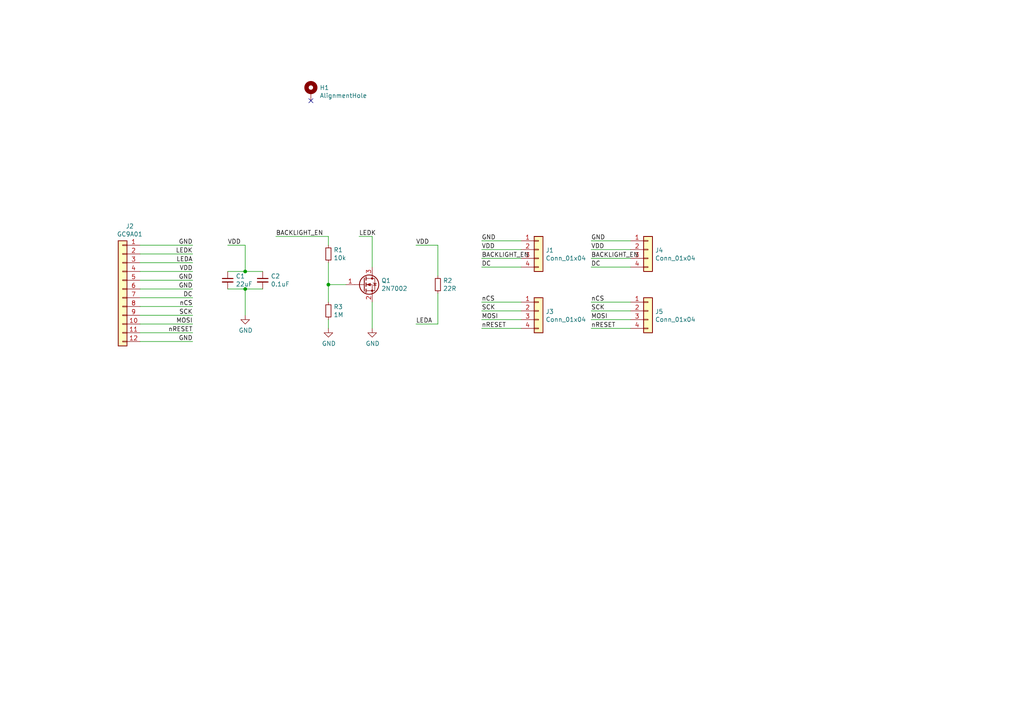
<source format=kicad_sch>
(kicad_sch (version 20211123) (generator eeschema)
  (paper "A4")
  (lib_symbols
    (symbol "Connector_Generic:Conn_01x04" (pin_names (offset 1.016) hide)
      (property "Reference" "J" (at 0 5.08 0))
      (property "Value" "Conn_01x04" (at 0 -7.62 0))
      (symbol "Conn_01x04_1_1"
        (rectangle (start -1.27 -4.953) (end 0 -5.207) (stroke (width 0.1524)))
        (rectangle (start -1.27 -2.413) (end 0 -2.667) (stroke (width 0.1524)))
        (rectangle (start -1.27 0.127) (end 0 -0.127) (stroke (width 0.1524)))
        (rectangle (start -1.27 2.667) (end 0 2.413) (stroke (width 0.1524)))
        (rectangle (start -1.27 3.81) (end 1.27 -6.35) (stroke (width 0.254)) (fill (type background)))
        (pin passive line (at -5.08 2.54 0) (length 3.81) (name "Pin_1") (number "1"))
        (pin passive line (at -5.08 0 0) (length 3.81) (name "Pin_2") (number "2"))
        (pin passive line (at -5.08 -2.54 0) (length 3.81) (name "Pin_3") (number "3"))
        (pin passive line (at -5.08 -5.08 0) (length 3.81) (name "Pin_4") (number "4"))
      )
    )
    (symbol "Connector_Generic:Conn_01x12" (pin_names (offset 1.016) hide)
      (property "Reference" "J" (at 0 15.24 0))
      (property "Value" "Conn_01x12" (at 0 -17.78 0))
      (symbol "Conn_01x12_1_1"
        (rectangle (start -1.27 -15.113) (end 0 -15.367) (stroke (width 0.1524)))
        (rectangle (start -1.27 -12.573) (end 0 -12.827) (stroke (width 0.1524)))
        (rectangle (start -1.27 -10.033) (end 0 -10.287) (stroke (width 0.1524)))
        (rectangle (start -1.27 -7.493) (end 0 -7.747) (stroke (width 0.1524)))
        (rectangle (start -1.27 -4.953) (end 0 -5.207) (stroke (width 0.1524)))
        (rectangle (start -1.27 -2.413) (end 0 -2.667) (stroke (width 0.1524)))
        (rectangle (start -1.27 0.127) (end 0 -0.127) (stroke (width 0.1524)))
        (rectangle (start -1.27 2.667) (end 0 2.413) (stroke (width 0.1524)))
        (rectangle (start -1.27 5.207) (end 0 4.953) (stroke (width 0.1524)))
        (rectangle (start -1.27 7.747) (end 0 7.493) (stroke (width 0.1524)))
        (rectangle (start -1.27 10.287) (end 0 10.033) (stroke (width 0.1524)))
        (rectangle (start -1.27 12.827) (end 0 12.573) (stroke (width 0.1524)))
        (rectangle (start -1.27 13.97) (end 1.27 -16.51) (stroke (width 0.254)) (fill (type background)))
        (pin passive line (at -5.08 12.7 0) (length 3.81) (name "Pin_1") (number "1"))
        (pin passive line (at -5.08 -10.16 0) (length 3.81) (name "Pin_10") (number "10"))
        (pin passive line (at -5.08 -12.7 0) (length 3.81) (name "Pin_11") (number "11"))
        (pin passive line (at -5.08 -15.24 0) (length 3.81) (name "Pin_12") (number "12"))
        (pin passive line (at -5.08 10.16 0) (length 3.81) (name "Pin_2") (number "2"))
        (pin passive line (at -5.08 7.62 0) (length 3.81) (name "Pin_3") (number "3"))
        (pin passive line (at -5.08 5.08 0) (length 3.81) (name "Pin_4") (number "4"))
        (pin passive line (at -5.08 2.54 0) (length 3.81) (name "Pin_5") (number "5"))
        (pin passive line (at -5.08 0 0) (length 3.81) (name "Pin_6") (number "6"))
        (pin passive line (at -5.08 -2.54 0) (length 3.81) (name "Pin_7") (number "7"))
        (pin passive line (at -5.08 -5.08 0) (length 3.81) (name "Pin_8") (number "8"))
        (pin passive line (at -5.08 -7.62 0) (length 3.81) (name "Pin_9") (number "9"))
      )
    )
    (symbol "Device:C_Small" (pin_numbers hide) (pin_names (offset 0.254) hide)
      (property "Reference" "C" (at 0.254 1.778 0))
      (property "Value" "C_Small" (at 0.254 -2.032 0))
      (symbol "C_Small_0_1"
        (polyline (pts (xy -1.524 -0.508) (xy 1.524 -0.508)) (stroke (width 0.3302)))
        (polyline (pts (xy -1.524 0.508) (xy 1.524 0.508)) (stroke (width 0.3048)))
      )
      (symbol "C_Small_1_1"
        (pin passive line (at 0 2.54 270) (length 2.032) (name "~") (number "1"))
        (pin passive line (at 0 -2.54 90) (length 2.032) (name "~") (number "2"))
      )
    )
    (symbol "Device:R_Small" (pin_numbers hide) (pin_names (offset 0.254) hide)
      (property "Reference" "R" (at 0.762 0.508 0))
      (property "Value" "R_Small" (at 0.762 -1.016 0))
      (symbol "R_Small_0_1"
        (rectangle (start -0.762 1.778) (end 0.762 -1.778) (stroke (width 0.2032)))
      )
      (symbol "R_Small_1_1"
        (pin passive line (at 0 2.54 270) (length 0.762) (name "~") (number "1"))
        (pin passive line (at 0 -2.54 90) (length 0.762) (name "~") (number "2"))
      )
    )
    (symbol "Mechanical:MountingHole_Pad" (pin_numbers hide) (pin_names (offset 1.016) hide)
      (property "Reference" "H" (at 0 6.35 0))
      (property "Value" "MountingHole_Pad" (at 0 4.445 0))
      (symbol "MountingHole_Pad_0_1"
        (circle (center 0 1.27) (radius 1.27) (stroke (width 1.27)))
      )
      (symbol "MountingHole_Pad_1_1"
        (pin input line (at 0 -2.54 90) (length 2.54) (name "1") (number "1"))
      )
    )
    (symbol "Transistor_FET:2N7002" (pin_names hide)
      (property "Reference" "Q" (at 5.08 1.905 0))
      (property "Value" "2N7002" (at 5.08 0 0))
      (symbol "2N7002_0_1"
        (polyline (pts (xy 0.254 0) (xy -2.54 0)))
        (polyline (pts (xy 0.254 1.905) (xy 0.254 -1.905)) (stroke (width 0.254)))
        (polyline (pts (xy 0.762 -1.27) (xy 0.762 -2.286)) (stroke (width 0.254)))
        (polyline (pts (xy 0.762 0.508) (xy 0.762 -0.508)) (stroke (width 0.254)))
        (polyline (pts (xy 0.762 2.286) (xy 0.762 1.27)) (stroke (width 0.254)))
        (polyline (pts (xy 2.54 2.54) (xy 2.54 1.778)))
        (polyline (pts (xy 2.54 -2.54) (xy 2.54 0) (xy 0.762 0)))
        (polyline (pts (xy 0.762 -1.778) (xy 3.302 -1.778) (xy 3.302 1.778) (xy 0.762 1.778)))
        (polyline (pts (xy 1.016 0) (xy 2.032 0.381) (xy 2.032 -0.381) (xy 1.016 0)) (fill (type outline)))
        (polyline (pts (xy 2.794 0.508) (xy 2.921 0.381) (xy 3.683 0.381) (xy 3.81 0.254)))
        (polyline (pts (xy 3.302 0.381) (xy 2.921 -0.254) (xy 3.683 -0.254) (xy 3.302 0.381)))
        (circle (center 1.651 0) (radius 2.794) (stroke (width 0.254)))
        (circle (center 2.54 -1.778) (radius 0.254) (fill (type outline)))
        (circle (center 2.54 1.778) (radius 0.254) (fill (type outline)))
      )
      (symbol "2N7002_1_1"
        (pin input line (at -5.08 0 0) (length 2.54) (name "G") (number "1"))
        (pin passive line (at 2.54 -5.08 90) (length 2.54) (name "S") (number "2"))
        (pin passive line (at 2.54 5.08 270) (length 2.54) (name "D") (number "3"))
      )
    )
    (symbol "power:GND" (power) (pin_names (offset 0))
      (property "Value" "GND" (at 0 -3.81 0))
      (symbol "GND_0_1"
        (polyline (pts (xy 0 0) (xy 0 -1.27) (xy 1.27 -1.27) (xy 0 -2.54) (xy -1.27 -1.27) (xy 0 -1.27)))
      )
      (symbol "GND_1_1"
        (pin power_in line (at 0 0 270) (length 0) hide (name "GND") (number "1"))
      )
    )
  )
  (junction (at 71.12 78.74))
  (junction (at 71.12 83.82))
  (junction (at 95.25 82.55))
  (no_connect (at 90.17 29.21))
  (wire (pts (xy 40.64 99.06) (xy 55.88 99.06)))
  (wire (pts (xy 40.64 71.12) (xy 55.88 71.12)))
  (wire (pts (xy 107.95 68.58) (xy 104.14 68.58)))
  (wire (pts (xy 40.64 78.74) (xy 55.88 78.74)))
  (wire (pts (xy 40.64 73.66) (xy 55.88 73.66)))
  (wire (pts (xy 95.25 68.58) (xy 95.25 71.12)))
  (wire (pts (xy 107.95 77.47) (xy 107.95 68.58)))
  (wire (pts (xy 40.64 76.2) (xy 55.88 76.2)))
  (wire (pts (xy 182.88 95.25) (xy 171.45 95.25)))
  (wire (pts (xy 127 93.98) (xy 127 85.09)))
  (wire (pts (xy 151.13 74.93) (xy 139.7 74.93)))
  (wire (pts (xy 100.33 82.55) (xy 95.25 82.55)))
  (wire (pts (xy 182.88 90.17) (xy 171.45 90.17)))
  (wire (pts (xy 151.13 69.85) (xy 139.7 69.85)))
  (wire (pts (xy 80.01 68.58) (xy 95.25 68.58)))
  (wire (pts (xy 71.12 83.82) (xy 71.12 91.44)))
  (wire (pts (xy 182.88 69.85) (xy 171.45 69.85)))
  (wire (pts (xy 40.64 86.36) (xy 55.88 86.36)))
  (wire (pts (xy 71.12 83.82) (xy 66.04 83.82)))
  (wire (pts (xy 40.64 81.28) (xy 55.88 81.28)))
  (wire (pts (xy 40.64 83.82) (xy 55.88 83.82)))
  (wire (pts (xy 182.88 74.93) (xy 171.45 74.93)))
  (wire (pts (xy 107.95 87.63) (xy 107.95 95.25)))
  (wire (pts (xy 76.2 83.82) (xy 71.12 83.82)))
  (wire (pts (xy 151.13 87.63) (xy 139.7 87.63)))
  (wire (pts (xy 151.13 92.71) (xy 139.7 92.71)))
  (wire (pts (xy 151.13 72.39) (xy 139.7 72.39)))
  (wire (pts (xy 182.88 92.71) (xy 171.45 92.71)))
  (wire (pts (xy 151.13 77.47) (xy 139.7 77.47)))
  (wire (pts (xy 40.64 93.98) (xy 55.88 93.98)))
  (wire (pts (xy 40.64 91.44) (xy 55.88 91.44)))
  (wire (pts (xy 71.12 78.74) (xy 76.2 78.74)))
  (wire (pts (xy 40.64 88.9) (xy 55.88 88.9)))
  (wire (pts (xy 127 80.01) (xy 127 71.12)))
  (wire (pts (xy 182.88 72.39) (xy 171.45 72.39)))
  (wire (pts (xy 66.04 78.74) (xy 71.12 78.74)))
  (wire (pts (xy 40.64 96.52) (xy 55.88 96.52)))
  (wire (pts (xy 127 71.12) (xy 120.65 71.12)))
  (wire (pts (xy 182.88 77.47) (xy 171.45 77.47)))
  (wire (pts (xy 95.25 76.2) (xy 95.25 82.55)))
  (wire (pts (xy 71.12 71.12) (xy 66.04 71.12)))
  (wire (pts (xy 120.65 93.98) (xy 127 93.98)))
  (wire (pts (xy 95.25 82.55) (xy 95.25 87.63)))
  (wire (pts (xy 182.88 87.63) (xy 171.45 87.63)))
  (wire (pts (xy 71.12 78.74) (xy 71.12 71.12)))
  (wire (pts (xy 151.13 90.17) (xy 139.7 90.17)))
  (wire (pts (xy 151.13 95.25) (xy 139.7 95.25)))
  (wire (pts (xy 95.25 95.25) (xy 95.25 92.71)))
  (label "VDD" (at 139.7 72.39 0))
  (label "DC" (at 55.88 86.36 180))
  (label "GND" (at 171.45 69.85 0))
  (label "VDD" (at 55.88 78.74 180))
  (label "SCK" (at 55.88 91.44 180))
  (label "DC" (at 171.45 77.47 0))
  (label "LEDA" (at 55.88 76.2 180))
  (label "MOSI" (at 139.7 92.71 0))
  (label "nCS" (at 171.45 87.63 0))
  (label "DC" (at 139.7 77.47 0))
  (label "GND" (at 139.7 69.85 0))
  (label "LEDK" (at 104.14 68.58 0))
  (label "MOSI" (at 171.45 92.71 0))
  (label "SCK" (at 171.45 90.17 0))
  (label "LEDK" (at 55.88 73.66 180))
  (label "nCS" (at 139.7 87.63 0))
  (label "SCK" (at 139.7 90.17 0))
  (label "BACKLIGHT_EN" (at 171.45 74.93 0))
  (label "GND" (at 55.88 83.82 180))
  (label "nRESET" (at 171.45 95.25 0))
  (label "GND" (at 55.88 81.28 180))
  (label "VDD" (at 66.04 71.12 0))
  (label "GND" (at 55.88 71.12 180))
  (label "BACKLIGHT_EN" (at 80.01 68.58 0))
  (label "nRESET" (at 55.88 96.52 180))
  (label "BACKLIGHT_EN" (at 139.7 74.93 0))
  (label "VDD" (at 171.45 72.39 0))
  (label "nRESET" (at 139.7 95.25 0))
  (label "VDD" (at 120.65 71.12 0))
  (label "GND" (at 55.88 99.06 180))
  (label "nCS" (at 55.88 88.9 180))
  (label "LEDA" (at 120.65 93.98 0))
  (label "MOSI" (at 55.88 93.98 180))
  (symbol (lib_id "Mechanical:MountingHole_Pad") (at 90.17 26.67 0) (unit 1)
    (property "Reference" "H1" (at 92.71 25.4254 0) (effects (justify left)))
    (property "Value" "AlignmentHole" (at 92.71 27.7368 0) (effects (justify left)))
    (property "Footprint" "Holes:AlignmentHole_1.6" (effects hide))
  )
  (symbol (lib_id "Connector_Generic:Conn_01x12") (at 35.56 83.82 0) (mirror y) (unit 1)
    (property "Reference" "J2" (at 37.6428 65.6082 0))
    (property "Value" "GC9A01" (at 37.6428 67.9196 0))
    (property "Footprint" "LCD_GC9A01:GC9A01Round1.28" (effects hide))
    (property "AliExpress" "https://www.aliexpress.com/item/1005001321857930.html" (effects hide))
    (property "Digikey" "N/A" (effects hide))
    (property "LCSC" "N/A" (effects hide))
    (property "Mouser" "N/A" (effects hide))
  )
  (symbol (lib_id "Connector_Generic:Conn_01x04") (at 156.21 72.39 0) (unit 1)
    (property "Reference" "J1" (at 158.242 72.5932 0) (effects (justify left)))
    (property "Value" "Conn_01x04" (at 158.242 74.9046 0) (effects (justify left)))
    (property "Footprint" "SolderPads:SolderPads_2mm_4" (effects hide))
  )
  (symbol (lib_id "Connector_Generic:Conn_01x04") (at 156.21 90.17 0) (unit 1)
    (property "Reference" "J3" (at 158.242 90.3732 0) (effects (justify left)))
    (property "Value" "Conn_01x04" (at 158.242 92.6846 0) (effects (justify left)))
    (property "Footprint" "SolderPads:SolderPads_2mm_4" (effects hide))
  )
  (symbol (lib_id "Transistor_FET:2N7002") (at 105.41 82.55 0) (unit 1)
    (property "Reference" "Q1" (at 110.5916 81.3816 0) (effects (justify left)))
    (property "Value" "2N7002" (at 110.5916 83.693 0) (effects (justify left)))
    (property "Footprint" "Package_TO_SOT_SMD:SOT-23" (effects hide))
    (property "Datasheet" "https://www.onsemi.com/pub/Collateral/NDS7002A-D.PDF" (effects hide))
    (property "Digikey" "2N7002H6327XTSA2CT-ND" (effects hide))
    (property "LCSC" "2N7002" (effects hide))
    (property "Mouser" "771-2N7002NXAKR" (effects hide))
  )
  (symbol (lib_id "power:GND") (at 107.95 95.25 0) (unit 1)
    (property "Reference" "#PWR03" (effects hide))
    (property "Value" "GND" (at 108.077 99.6442 0))
  )
  (symbol (lib_id "power:GND") (at 95.25 95.25 0) (unit 1)
    (property "Reference" "#PWR02" (effects hide))
    (property "Value" "GND" (at 95.377 99.6442 0))
  )
  (symbol (lib_id "Device:R_Small") (at 95.25 90.17 0) (unit 1)
    (property "Reference" "R3" (at 96.7486 89.0016 0) (effects (justify left)))
    (property "Value" "1M" (at 96.7486 91.313 0) (effects (justify left)))
    (property "Footprint" "Resistor_SMD:R_0603_1608Metric" (effects hide))
    (property "Digikey" "RMCF0603JT1M00CT-ND" (effects hide))
    (property "Mouser" "652-CR0603FX-1004ELF" (effects hide))
  )
  (symbol (lib_id "Device:R_Small") (at 95.25 73.66 0) (unit 1)
    (property "Reference" "R1" (at 96.7486 72.4916 0) (effects (justify left)))
    (property "Value" "10k" (at 96.7486 74.803 0) (effects (justify left)))
    (property "Footprint" "Resistor_SMD:R_0603_1608Metric" (effects hide))
    (property "Digikey" "RMCF0603JT10K0CT-ND" (effects hide))
    (property "LCSC" "C98220" (effects hide))
    (property "Mouser" "652-CR0603FX-1002ELF" (effects hide))
  )
  (symbol (lib_id "Device:C_Small") (at 66.04 81.28 0) (unit 1)
    (property "Reference" "C1" (at 68.3768 80.1116 0) (effects (justify left)))
    (property "Value" "22uF" (at 68.3768 82.423 0) (effects (justify left)))
    (property "Footprint" "Capacitor_SMD:C_0805_2012Metric" (effects hide))
    (property "Digikey" "1276-CL21A226MAYNNNECT-ND" (effects hide))
    (property "LCSC" "C98190" (effects hide))
    (property "Mouser" "187-CL21A226MAYNNNE" (effects hide))
  )
  (symbol (lib_id "power:GND") (at 71.12 91.44 0) (unit 1)
    (property "Reference" "#PWR01" (effects hide))
    (property "Value" "GND" (at 71.247 95.8342 0))
  )
  (symbol (lib_id "Device:R_Small") (at 127 82.55 0) (unit 1)
    (property "Reference" "R2" (at 128.4986 81.3816 0) (effects (justify left)))
    (property "Value" "22R" (at 128.4986 83.693 0) (effects (justify left)))
    (property "Footprint" "Resistor_SMD:R_0603_1608Metric" (effects hide))
    (property "Digikey" "RMCF0603JT22R0CT-ND" (effects hide))
    (property "Mouser" "652-CR0603FX-22R0ELF" (effects hide))
  )
  (symbol (lib_id "Device:C_Small") (at 76.2 81.28 0) (unit 1)
    (property "Reference" "C2" (at 78.5368 80.1116 0) (effects (justify left)))
    (property "Value" "0.1uF" (at 78.5368 82.423 0) (effects (justify left)))
    (property "Footprint" "Capacitor_SMD:C_0603_1608Metric" (effects hide))
    (property "Digikey" "1276-1935-1-ND" (effects hide))
    (property "LCSC" "C1591" (effects hide))
    (property "Mouser" "187-CL10B104KB8NNWC" (effects hide))
  )
  (symbol (lib_id "Connector_Generic:Conn_01x04") (at 187.96 72.39 0) (unit 1)
    (property "Reference" "J4" (at 189.992 72.5932 0) (effects (justify left)))
    (property "Value" "Conn_01x04" (at 189.992 74.9046 0) (effects (justify left)))
    (property "Footprint" "SolderPads:SolderPads_2mm_4" (effects hide))
  )
  (symbol (lib_id "Connector_Generic:Conn_01x04") (at 187.96 90.17 0) (unit 1)
    (property "Reference" "J5" (at 189.992 90.3732 0) (effects (justify left)))
    (property "Value" "Conn_01x04" (at 189.992 92.6846 0) (effects (justify left)))
    (property "Footprint" "SolderPads:SolderPads_2mm_4" (effects hide))
  )
)
</source>
